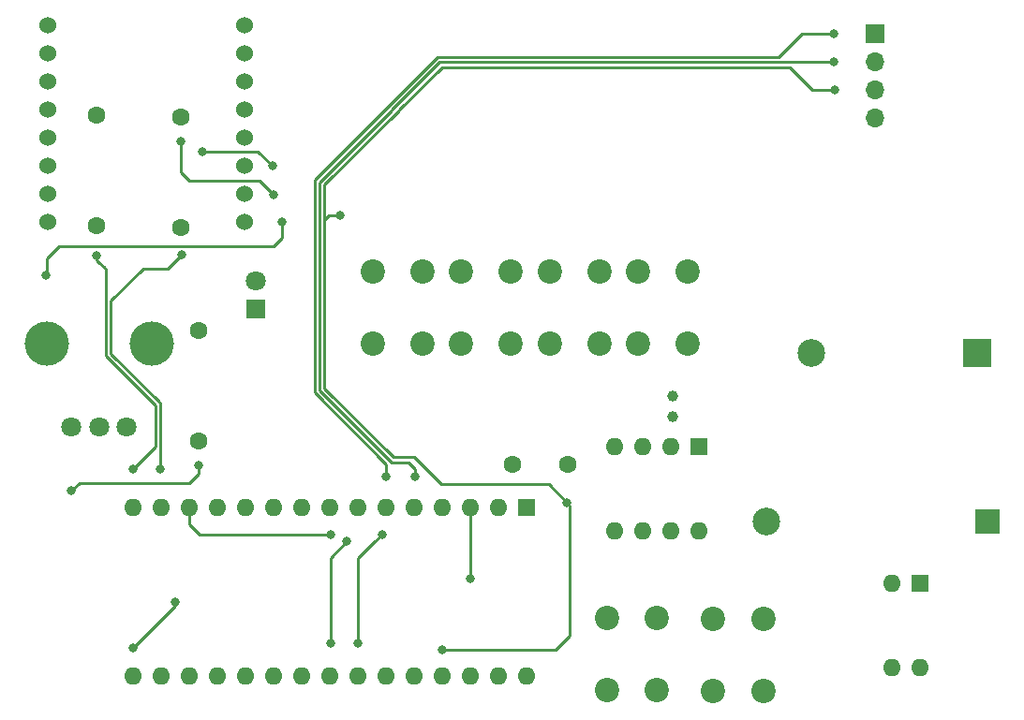
<source format=gbr>
%TF.GenerationSoftware,KiCad,Pcbnew,(5.1.9)-1*%
%TF.CreationDate,2021-05-25T12:28:24-04:00*%
%TF.ProjectId,Alarm Clock Kit,416c6172-6d20-4436-9c6f-636b204b6974,rev?*%
%TF.SameCoordinates,Original*%
%TF.FileFunction,Copper,L2,Bot*%
%TF.FilePolarity,Positive*%
%FSLAX46Y46*%
G04 Gerber Fmt 4.6, Leading zero omitted, Abs format (unit mm)*
G04 Created by KiCad (PCBNEW (5.1.9)-1) date 2021-05-25 12:28:24*
%MOMM*%
%LPD*%
G01*
G04 APERTURE LIST*
%TA.AperFunction,ComponentPad*%
%ADD10O,1.600000X1.600000*%
%TD*%
%TA.AperFunction,ComponentPad*%
%ADD11R,1.600000X1.600000*%
%TD*%
%TA.AperFunction,ComponentPad*%
%ADD12C,1.600000*%
%TD*%
%TA.AperFunction,ComponentPad*%
%ADD13C,2.200000*%
%TD*%
%TA.AperFunction,ComponentPad*%
%ADD14R,1.700000X1.700000*%
%TD*%
%TA.AperFunction,ComponentPad*%
%ADD15O,1.700000X1.700000*%
%TD*%
%TA.AperFunction,ComponentPad*%
%ADD16C,2.500000*%
%TD*%
%TA.AperFunction,ComponentPad*%
%ADD17R,2.500000X2.500000*%
%TD*%
%TA.AperFunction,ComponentPad*%
%ADD18C,1.524000*%
%TD*%
%TA.AperFunction,ComponentPad*%
%ADD19C,1.800000*%
%TD*%
%TA.AperFunction,ComponentPad*%
%ADD20R,1.800000X1.800000*%
%TD*%
%TA.AperFunction,WasherPad*%
%ADD21C,4.000000*%
%TD*%
%TA.AperFunction,ComponentPad*%
%ADD22R,2.170000X2.170000*%
%TD*%
%TA.AperFunction,ComponentPad*%
%ADD23C,1.000000*%
%TD*%
%TA.AperFunction,ViaPad*%
%ADD24C,0.800000*%
%TD*%
%TA.AperFunction,Conductor*%
%ADD25C,0.250000*%
%TD*%
G04 APERTURE END LIST*
D10*
%TO.P,SW7,4*%
%TO.N,GND*%
X135220000Y-132580000D03*
%TO.P,SW7,2*%
%TO.N,ALARM_EN*%
X132680000Y-124960000D03*
%TO.P,SW7,3*%
%TO.N,GND*%
X132680000Y-132580000D03*
D11*
%TO.P,SW7,1*%
%TO.N,D06*%
X135220000Y-124960000D03*
%TD*%
D12*
%TO.P,C1,1*%
%TO.N,GND*%
X98400000Y-114200000D03*
%TO.P,C1,2*%
%TO.N,5V+*%
X103400000Y-114200000D03*
%TD*%
D13*
%TO.P,SW6,2*%
%TO.N,GND*%
X109750000Y-103250000D03*
X109750000Y-96750000D03*
%TO.P,SW6,1*%
%TO.N,D04*%
X114250000Y-103250000D03*
X114250000Y-96750000D03*
%TD*%
%TO.P,SW5,2*%
%TO.N,GND*%
X101750000Y-103250000D03*
X101750000Y-96750000D03*
%TO.P,SW5,1*%
%TO.N,D04*%
X106250000Y-103250000D03*
X106250000Y-96750000D03*
%TD*%
%TO.P,SW4,2*%
%TO.N,GND*%
X93750000Y-103250000D03*
X93750000Y-96750000D03*
%TO.P,SW4,1*%
%TO.N,D04*%
X98250000Y-103250000D03*
X98250000Y-96750000D03*
%TD*%
%TO.P,SW3,2*%
%TO.N,GND*%
X85750000Y-103250000D03*
X85750000Y-96750000D03*
%TO.P,SW3,1*%
%TO.N,D04*%
X90250000Y-103250000D03*
X90250000Y-96750000D03*
%TD*%
D14*
%TO.P,J1,1*%
%TO.N,D03*%
X131140000Y-75210000D03*
D15*
%TO.P,J1,2*%
%TO.N,D02*%
X131140000Y-77750000D03*
%TO.P,J1,3*%
%TO.N,5V+*%
X131140000Y-80290000D03*
%TO.P,J1,4*%
%TO.N,GND*%
X131140000Y-82830000D03*
%TD*%
D16*
%TO.P,LS1,1*%
%TO.N,SPKR-*%
X125400000Y-104100000D03*
D17*
%TO.P,LS1,2*%
%TO.N,SPKR+*%
X140400000Y-104100000D03*
%TD*%
D18*
%TO.P,U1,1*%
%TO.N,5V+*%
X74190000Y-92290000D03*
%TO.P,U1,2*%
%TO.N,Net-(R1-Pad1)*%
X74190000Y-89750000D03*
%TO.P,U1,3*%
%TO.N,Net-(R2-Pad1)*%
X74190000Y-87210000D03*
%TO.P,U1,4*%
%TO.N,Phono_Out_R*%
X74190000Y-84670000D03*
%TO.P,U1,5*%
%TO.N,Phono_Out_L*%
X74190000Y-82130000D03*
%TO.P,U1,6*%
%TO.N,SPKR+*%
X74190000Y-79590000D03*
%TO.P,U1,7*%
%TO.N,GND*%
X74190000Y-77050000D03*
%TO.P,U1,8*%
%TO.N,SPKR-*%
X74190000Y-74510000D03*
%TO.P,U1,16*%
%TO.N,Net-(U1-Pad16)*%
X56410000Y-92290000D03*
%TO.P,U1,15*%
%TO.N,Net-(U1-Pad15)*%
X56410000Y-89750000D03*
%TO.P,U1,14*%
%TO.N,Net-(U1-Pad14)*%
X56410000Y-87210000D03*
%TO.P,U1,13*%
%TO.N,Net-(U1-Pad13)*%
X56410000Y-84670000D03*
%TO.P,U1,12*%
%TO.N,Net-(U1-Pad12)*%
X56410000Y-82130000D03*
%TO.P,U1,11*%
%TO.N,Net-(U1-Pad11)*%
X56410000Y-79590000D03*
%TO.P,U1,10*%
%TO.N,GND*%
X56410000Y-77050000D03*
%TO.P,U1,9*%
%TO.N,Net-(U1-Pad9)*%
X56410000Y-74510000D03*
%TD*%
D11*
%TO.P,A1,1*%
%TO.N,TX*%
X99700000Y-118100000D03*
D10*
%TO.P,A1,17*%
%TO.N,Net-(A1-Pad17)*%
X66680000Y-133340000D03*
%TO.P,A1,2*%
%TO.N,RX*%
X97160000Y-118100000D03*
%TO.P,A1,18*%
%TO.N,AREF*%
X69220000Y-133340000D03*
%TO.P,A1,3*%
%TO.N,RESET*%
X94620000Y-118100000D03*
%TO.P,A1,19*%
%TO.N,A0*%
X71760000Y-133340000D03*
%TO.P,A1,4*%
%TO.N,GND*%
X92080000Y-118100000D03*
%TO.P,A1,20*%
%TO.N,A1*%
X74300000Y-133340000D03*
%TO.P,A1,5*%
%TO.N,D02*%
X89540000Y-118100000D03*
%TO.P,A1,21*%
%TO.N,A2*%
X76840000Y-133340000D03*
%TO.P,A1,6*%
%TO.N,D03*%
X87000000Y-118100000D03*
%TO.P,A1,22*%
%TO.N,A3*%
X79380000Y-133340000D03*
%TO.P,A1,7*%
%TO.N,D04*%
X84460000Y-118100000D03*
%TO.P,A1,23*%
%TO.N,RTC_SDA*%
X81920000Y-133340000D03*
%TO.P,A1,8*%
%TO.N,D05*%
X81920000Y-118100000D03*
%TO.P,A1,24*%
%TO.N,RTC_SCL*%
X84460000Y-133340000D03*
%TO.P,A1,9*%
%TO.N,D06*%
X79380000Y-118100000D03*
%TO.P,A1,25*%
%TO.N,A6*%
X87000000Y-133340000D03*
%TO.P,A1,10*%
%TO.N,ALARM_EN*%
X76840000Y-118100000D03*
%TO.P,A1,26*%
%TO.N,A7*%
X89540000Y-133340000D03*
%TO.P,A1,11*%
%TO.N,D08*%
X74300000Y-118100000D03*
%TO.P,A1,27*%
%TO.N,5V+*%
X92080000Y-133340000D03*
%TO.P,A1,12*%
%TO.N,D09*%
X71760000Y-118100000D03*
%TO.P,A1,28*%
%TO.N,RESET*%
X94620000Y-133340000D03*
%TO.P,A1,13*%
%TO.N,D10*%
X69220000Y-118100000D03*
%TO.P,A1,29*%
%TO.N,GND*%
X97160000Y-133340000D03*
%TO.P,A1,14*%
%TO.N,DFPLAYER_RX*%
X66680000Y-118100000D03*
%TO.P,A1,30*%
%TO.N,Net-(A1-Pad30)*%
X99700000Y-133340000D03*
%TO.P,A1,15*%
%TO.N,DFPLAYER_TX*%
X64140000Y-118100000D03*
%TO.P,A1,16*%
%TO.N,BLINK*%
X64140000Y-133340000D03*
%TD*%
D19*
%TO.P,D1,2*%
%TO.N,BLINK*%
X75200000Y-97630000D03*
D20*
%TO.P,D1,1*%
%TO.N,Net-(D1-Pad1)*%
X75200000Y-100170000D03*
%TD*%
D12*
%TO.P,R1,2*%
%TO.N,DFPLAYER_RX*%
X68400000Y-92800000D03*
%TO.P,R1,1*%
%TO.N,Net-(R1-Pad1)*%
X68400000Y-82800000D03*
%TD*%
%TO.P,R2,1*%
%TO.N,Net-(R2-Pad1)*%
X60800000Y-82600000D03*
%TO.P,R2,2*%
%TO.N,DFPLAYER_TX*%
X60800000Y-92600000D03*
%TD*%
%TO.P,R3,2*%
%TO.N,GND*%
X70000000Y-112100000D03*
%TO.P,R3,1*%
%TO.N,Net-(D1-Pad1)*%
X70000000Y-102100000D03*
%TD*%
D21*
%TO.P,RV1,*%
%TO.N,*%
X65790000Y-103300000D03*
X56290000Y-103300000D03*
D19*
%TO.P,RV1,1*%
%TO.N,5V+*%
X63540000Y-110800000D03*
%TO.P,RV1,2*%
%TO.N,A0*%
X61040000Y-110800000D03*
%TO.P,RV1,3*%
%TO.N,GND*%
X58540000Y-110800000D03*
%TD*%
D13*
%TO.P,SW1,1*%
%TO.N,D09*%
X111450000Y-128050000D03*
X111450000Y-134550000D03*
%TO.P,SW1,2*%
%TO.N,GND*%
X106950000Y-128050000D03*
X106950000Y-134550000D03*
%TD*%
%TO.P,SW2,2*%
%TO.N,GND*%
X116550000Y-134650000D03*
X116550000Y-128150000D03*
%TO.P,SW2,1*%
%TO.N,D08*%
X121050000Y-134650000D03*
X121050000Y-128150000D03*
%TD*%
D16*
%TO.P,BT1,1*%
%TO.N,Net-(BT1-Pad1)*%
X121346000Y-119350000D03*
D22*
%TO.P,BT1,2*%
%TO.N,GND*%
X141346000Y-119350000D03*
%TD*%
D11*
%TO.P,U2,1*%
%TO.N,Net-(U2-Pad1)*%
X115220000Y-112560000D03*
D10*
%TO.P,U2,5*%
%TO.N,RTC_SDA*%
X107600000Y-120180000D03*
%TO.P,U2,2*%
%TO.N,Net-(U2-Pad2)*%
X112680000Y-112560000D03*
%TO.P,U2,6*%
%TO.N,RTC_SCL*%
X110140000Y-120180000D03*
%TO.P,U2,3*%
%TO.N,Net-(BT1-Pad1)*%
X110140000Y-112560000D03*
%TO.P,U2,7*%
%TO.N,D10*%
X112680000Y-120180000D03*
%TO.P,U2,4*%
%TO.N,GND*%
X107600000Y-112560000D03*
%TO.P,U2,8*%
%TO.N,5V+*%
X115220000Y-120180000D03*
%TD*%
D23*
%TO.P,Y1,1*%
%TO.N,Net-(U2-Pad1)*%
X112880000Y-108010000D03*
%TO.P,Y1,2*%
%TO.N,Net-(U2-Pad2)*%
X112880000Y-109910000D03*
%TD*%
D24*
%TO.N,RESET*%
X94600000Y-124500000D03*
%TO.N,GND*%
X70000000Y-114300000D03*
X58540000Y-116560000D03*
%TO.N,D02*%
X89600000Y-115300000D03*
X127400000Y-77800000D03*
%TO.N,D03*%
X87000000Y-115300000D03*
X127400000Y-75200000D03*
%TO.N,5V+*%
X127500000Y-80300000D03*
X92080000Y-130980000D03*
X77600000Y-92300000D03*
X56250000Y-97050000D03*
X103330000Y-117630000D03*
X82804000Y-91694000D03*
%TO.N,Net-(R1-Pad1)*%
X76800000Y-89800000D03*
X68400000Y-85000000D03*
%TO.N,Net-(R2-Pad1)*%
X76700000Y-87200000D03*
X70400000Y-85900000D03*
%TO.N,DFPLAYER_RX*%
X68500000Y-95200000D03*
X66600000Y-114600000D03*
%TO.N,DFPLAYER_TX*%
X60800000Y-95300000D03*
X64100000Y-114600000D03*
%TO.N,D10*%
X81990000Y-120520000D03*
%TO.N,BLINK*%
X64100000Y-130800000D03*
X67900000Y-126600000D03*
%TO.N,RTC_SDA*%
X81960000Y-130380000D03*
X83450000Y-121124971D03*
%TO.N,RTC_SCL*%
X84460000Y-130380000D03*
X86620000Y-120495000D03*
%TD*%
D25*
%TO.N,RESET*%
X94600000Y-118120000D02*
X94620000Y-118100000D01*
X94600000Y-124500000D02*
X94600000Y-118120000D01*
%TO.N,GND*%
X70000000Y-114300000D02*
X70000000Y-115000000D01*
X59250000Y-115850000D02*
X58540000Y-116560000D01*
X69150000Y-115850000D02*
X59250000Y-115850000D01*
X70000000Y-115000000D02*
X69150000Y-115850000D01*
%TO.N,D02*%
X91836410Y-77800000D02*
X127400000Y-77800000D01*
X87500000Y-82136410D02*
X91836410Y-77800000D01*
X87500000Y-82136410D02*
X87500000Y-82172000D01*
X87500000Y-82172000D02*
X80968010Y-88703990D01*
X80968010Y-88703990D02*
X80968010Y-107509600D01*
X80968010Y-107509600D02*
X87504410Y-114046000D01*
X89030000Y-114046000D02*
X89600000Y-114616000D01*
X87504410Y-114046000D02*
X89030000Y-114046000D01*
X89600000Y-115300000D02*
X89600000Y-114616000D01*
%TO.N,D03*%
X127400000Y-75200000D02*
X124600000Y-75200000D01*
X124600000Y-75200000D02*
X122450010Y-77349990D01*
X91650010Y-77349990D02*
X91100000Y-77900000D01*
X122450010Y-77349990D02*
X91650010Y-77349990D01*
X87000000Y-115300000D02*
X87000000Y-114178000D01*
X87000000Y-114178000D02*
X80518000Y-107696000D01*
X80518000Y-88482000D02*
X87294000Y-81706000D01*
X80518000Y-107696000D02*
X80518000Y-88482000D01*
X87294000Y-81706000D02*
X91100000Y-77900000D01*
X87000000Y-82000000D02*
X87294000Y-81706000D01*
%TO.N,5V+*%
X103600000Y-117900000D02*
X103600000Y-129700000D01*
X102320000Y-130980000D02*
X92080000Y-130980000D01*
X103600000Y-129700000D02*
X102320000Y-130980000D01*
X77600000Y-92300000D02*
X77600000Y-93700000D01*
X77600000Y-93700000D02*
X76800000Y-94500000D01*
X76774999Y-94474999D02*
X57425001Y-94474999D01*
X76800000Y-94500000D02*
X76774999Y-94474999D01*
X57425001Y-94474999D02*
X56300000Y-95600000D01*
X56300000Y-97000000D02*
X56250000Y-97050000D01*
X56300000Y-95600000D02*
X56300000Y-97000000D01*
X103330000Y-117630000D02*
X103600000Y-117900000D01*
X123450010Y-78250010D02*
X125500000Y-80300000D01*
X92022810Y-78250010D02*
X123450010Y-78250010D01*
X88138000Y-82134820D02*
X92022810Y-78250010D01*
X81418020Y-88890390D02*
X88138000Y-82170410D01*
X125500000Y-80300000D02*
X127500000Y-80300000D01*
X87632820Y-113538000D02*
X81418020Y-107323200D01*
X88138000Y-82170410D02*
X88138000Y-82134820D01*
X81788000Y-91694000D02*
X81418020Y-92063980D01*
X82804000Y-91694000D02*
X81788000Y-91694000D01*
X81418020Y-92063980D02*
X81418020Y-88890390D01*
X81418020Y-107323200D02*
X81418020Y-92063980D01*
X103330000Y-117630000D02*
X101700000Y-116000000D01*
X88838000Y-113538000D02*
X89538000Y-113538000D01*
X88838000Y-113538000D02*
X87632820Y-113538000D01*
X92000000Y-116000000D02*
X92400000Y-116000000D01*
X89538000Y-113538000D02*
X92000000Y-116000000D01*
X101700000Y-116000000D02*
X92400000Y-116000000D01*
%TO.N,Net-(R1-Pad1)*%
X76800000Y-89800000D02*
X75500000Y-88500000D01*
X75500000Y-88500000D02*
X69200000Y-88500000D01*
X68300000Y-82900000D02*
X68400000Y-82800000D01*
X68400000Y-85000000D02*
X68400000Y-87700000D01*
X69200000Y-88500000D02*
X68450000Y-87750000D01*
%TO.N,Net-(R2-Pad1)*%
X76700000Y-87200000D02*
X75400000Y-85900000D01*
X75400000Y-85900000D02*
X70400000Y-85900000D01*
%TO.N,DFPLAYER_RX*%
X67200000Y-96500000D02*
X68500000Y-95200000D01*
X65000000Y-96500000D02*
X67200000Y-96500000D01*
X62100000Y-99400000D02*
X65000000Y-96500000D01*
X62100000Y-104200000D02*
X62100000Y-99400000D01*
X66600000Y-114600000D02*
X66599999Y-114034314D01*
X66599999Y-108699999D02*
X66450000Y-108550000D01*
X66599999Y-114034314D02*
X66599999Y-108699999D01*
X66450000Y-108550000D02*
X62100000Y-104200000D01*
X66600000Y-108700000D02*
X66450000Y-108550000D01*
%TO.N,DFPLAYER_TX*%
X66149990Y-112550010D02*
X64100000Y-114600000D01*
X61649990Y-104386400D02*
X66149990Y-108886400D01*
X61649990Y-96549990D02*
X61649990Y-104386400D01*
X66149990Y-108886400D02*
X66149990Y-112550010D01*
X61450000Y-96350000D02*
X61649990Y-96549990D01*
X60800000Y-95700000D02*
X61100000Y-96000000D01*
X60800000Y-95300000D02*
X60800000Y-95700000D01*
X61100000Y-96000000D02*
X61450000Y-96350000D01*
X60900000Y-95800000D02*
X61100000Y-96000000D01*
%TO.N,D10*%
X69220000Y-118100000D02*
X69220000Y-119620000D01*
X70120000Y-120520000D02*
X70950000Y-120520000D01*
X69220000Y-119620000D02*
X70120000Y-120520000D01*
X70950000Y-120520000D02*
X70780000Y-120520000D01*
X81990000Y-120520000D02*
X70950000Y-120520000D01*
%TO.N,BLINK*%
X67900000Y-127000000D02*
X67900000Y-126600000D01*
X64100000Y-130800000D02*
X67900000Y-127000000D01*
%TO.N,RTC_SDA*%
X81960000Y-122614971D02*
X83450000Y-121124971D01*
X81960000Y-130380000D02*
X81960000Y-122614971D01*
%TO.N,RTC_SCL*%
X84460000Y-122623934D02*
X85958963Y-121124971D01*
X84460000Y-130380000D02*
X84460000Y-122623934D01*
X85990029Y-121124971D02*
X86620000Y-120495000D01*
X85958963Y-121124971D02*
X85990029Y-121124971D01*
%TD*%
M02*

</source>
